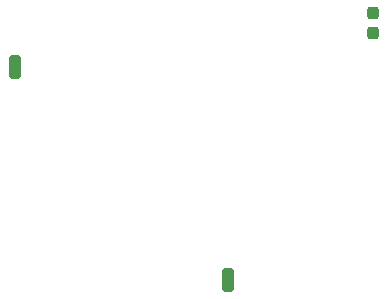
<source format=gbr>
%TF.GenerationSoftware,KiCad,Pcbnew,5.99.0-unknown-5c21f93803~130~ubuntu20.04.1*%
%TF.CreationDate,2021-06-27T11:12:40+02:00*%
%TF.ProjectId,LED-Modul,4c45442d-4d6f-4647-956c-2e6b69636164,rev?*%
%TF.SameCoordinates,Original*%
%TF.FileFunction,Paste,Top*%
%TF.FilePolarity,Positive*%
%FSLAX46Y46*%
G04 Gerber Fmt 4.6, Leading zero omitted, Abs format (unit mm)*
G04 Created by KiCad (PCBNEW 5.99.0-unknown-5c21f93803~130~ubuntu20.04.1) date 2021-06-27 11:12:40*
%MOMM*%
%LPD*%
G01*
G04 APERTURE LIST*
G04 Aperture macros list*
%AMRoundRect*
0 Rectangle with rounded corners*
0 $1 Rounding radius*
0 $2 $3 $4 $5 $6 $7 $8 $9 X,Y pos of 4 corners*
0 Add a 4 corners polygon primitive as box body*
4,1,4,$2,$3,$4,$5,$6,$7,$8,$9,$2,$3,0*
0 Add four circle primitives for the rounded corners*
1,1,$1+$1,$2,$3*
1,1,$1+$1,$4,$5*
1,1,$1+$1,$6,$7*
1,1,$1+$1,$8,$9*
0 Add four rect primitives between the rounded corners*
20,1,$1+$1,$2,$3,$4,$5,0*
20,1,$1+$1,$4,$5,$6,$7,0*
20,1,$1+$1,$6,$7,$8,$9,0*
20,1,$1+$1,$8,$9,$2,$3,0*%
G04 Aperture macros list end*
%ADD10RoundRect,0.237500X0.237500X-0.300000X0.237500X0.300000X-0.237500X0.300000X-0.237500X-0.300000X0*%
%ADD11RoundRect,0.250000X-0.250000X-0.750000X0.250000X-0.750000X0.250000X0.750000X-0.250000X0.750000X0*%
G04 APERTURE END LIST*
D10*
%TO.C,REF\u002A\u002A*%
X166300000Y-84112500D03*
X166300000Y-82387500D03*
%TD*%
D11*
%TO.C,REF\u002A\u002A*%
X154000000Y-105000000D03*
%TD*%
%TO.C,REF\u002A\u002A*%
X136000000Y-87000000D03*
%TD*%
M02*

</source>
